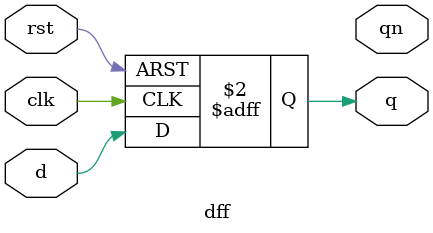
<source format=v>
module dff(clk,rst,d,q,qn);
  input clk,rst,d;
  output q,qn;
  always @(posedge clk or posedge rst) begin
    if(rst) begin
      q<=0;
    end
    else begin
      q<=d;
    end
  end
endmodule

</source>
